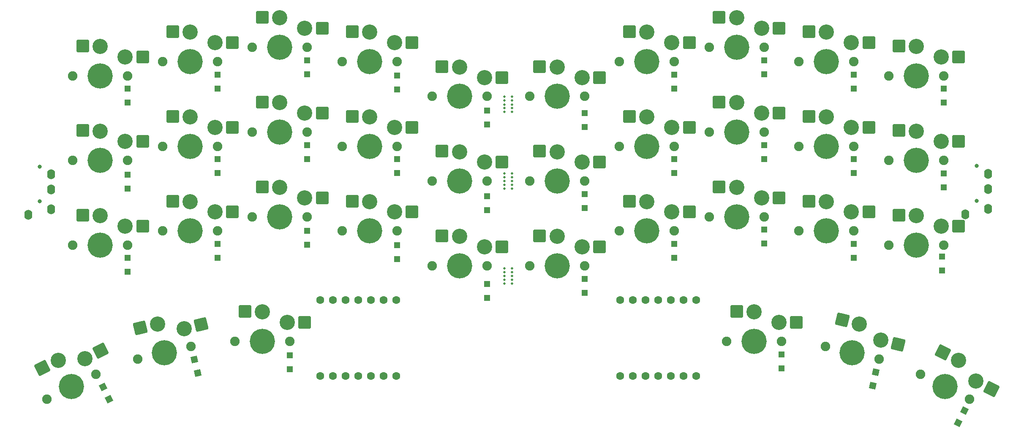
<source format=gbr>
%TF.GenerationSoftware,KiCad,Pcbnew,(6.0.6)*%
%TF.CreationDate,2022-09-11T22:53:33-06:00*%
%TF.ProjectId,miniErgo,6d696e69-4572-4676-9f2e-6b696361645f,rev?*%
%TF.SameCoordinates,Original*%
%TF.FileFunction,Soldermask,Bot*%
%TF.FilePolarity,Negative*%
%FSLAX46Y46*%
G04 Gerber Fmt 4.6, Leading zero omitted, Abs format (unit mm)*
G04 Created by KiCad (PCBNEW (6.0.6)) date 2022-09-11 22:53:33*
%MOMM*%
%LPD*%
G01*
G04 APERTURE LIST*
G04 Aperture macros list*
%AMRoundRect*
0 Rectangle with rounded corners*
0 $1 Rounding radius*
0 $2 $3 $4 $5 $6 $7 $8 $9 X,Y pos of 4 corners*
0 Add a 4 corners polygon primitive as box body*
4,1,4,$2,$3,$4,$5,$6,$7,$8,$9,$2,$3,0*
0 Add four circle primitives for the rounded corners*
1,1,$1+$1,$2,$3*
1,1,$1+$1,$4,$5*
1,1,$1+$1,$6,$7*
1,1,$1+$1,$8,$9*
0 Add four rect primitives between the rounded corners*
20,1,$1+$1,$2,$3,$4,$5,0*
20,1,$1+$1,$4,$5,$6,$7,0*
20,1,$1+$1,$6,$7,$8,$9,0*
20,1,$1+$1,$8,$9,$2,$3,0*%
%AMRotRect*
0 Rectangle, with rotation*
0 The origin of the aperture is its center*
0 $1 length*
0 $2 width*
0 $3 Rotation angle, in degrees counterclockwise*
0 Add horizontal line*
21,1,$1,$2,0,0,$3*%
G04 Aperture macros list end*
%ADD10C,3.050000*%
%ADD11C,1.900000*%
%ADD12C,5.050000*%
%ADD13RoundRect,0.250000X-1.025000X-1.000000X1.025000X-1.000000X1.025000X1.000000X-1.025000X1.000000X0*%
%ADD14C,1.600000*%
%ADD15C,0.800000*%
%ADD16O,1.600000X2.000000*%
%ADD17C,0.500000*%
%ADD18RoundRect,0.250000X-0.765347X-1.210317X1.228843X-0.735234X0.765347X1.210317X-1.228843X0.735234X0*%
%ADD19RoundRect,0.250000X-0.464023X-1.354735X1.365778X-0.430436X0.464023X1.354735X-1.365778X0.430436X0*%
%ADD20RoundRect,0.250000X-1.365778X-0.430436X0.464023X-1.354735X1.365778X0.430436X-0.464023X1.354735X0*%
%ADD21RoundRect,0.250000X-1.228843X-0.735234X0.765347X-1.210317X1.228843X0.735234X-0.765347X1.210317X0*%
%ADD22R,1.300000X1.300000*%
%ADD23RotRect,1.300000X1.300000X76.600000*%
%ADD24RotRect,1.300000X1.300000X103.400000*%
%ADD25RotRect,1.300000X1.300000X116.800000*%
%ADD26RotRect,1.300000X1.300000X63.200000*%
G04 APERTURE END LIST*
D10*
%TO.C,SWB4*%
X94589912Y-44686200D03*
D11*
X95089912Y-48486200D03*
X84089912Y-48486200D03*
D12*
X89589912Y-48486200D03*
D10*
X89589912Y-42586200D03*
D13*
X86089912Y-42486200D03*
X98089912Y-44686200D03*
%TD*%
D14*
%TO.C,M2*%
X130928825Y-96372500D03*
X128388825Y-96372500D03*
X125848825Y-96372500D03*
X123308825Y-96372500D03*
X120768825Y-96372500D03*
X118228825Y-96372500D03*
X115688825Y-96372500D03*
X115688825Y-111607500D03*
X118228825Y-111607500D03*
X120768825Y-111607500D03*
X123308825Y-111607500D03*
X125848825Y-111607500D03*
X128388825Y-111607500D03*
X130928825Y-111607500D03*
%TD*%
D11*
%TO.C,SW10*%
X222639912Y-48486200D03*
X211639912Y-48486200D03*
D10*
X217139912Y-42586200D03*
X222139912Y-44686200D03*
D12*
X217139912Y-48486200D03*
D13*
X213639912Y-42486200D03*
X225639912Y-44686200D03*
%TD*%
D15*
%TO.C,J2*%
X59489946Y-69548600D03*
X59489946Y-76548600D03*
D16*
X61789946Y-74148600D03*
X61789946Y-71148600D03*
X57189946Y-79248600D03*
X61789946Y-78148600D03*
%TD*%
D10*
%TO.C,SWB8*%
X112589912Y-58830000D03*
D11*
X113089912Y-62630000D03*
D12*
X107589912Y-62630000D03*
D11*
X102089912Y-62630000D03*
D10*
X107589912Y-56730000D03*
D13*
X104089912Y-56630000D03*
X116089912Y-58830000D03*
%TD*%
D17*
%TO.C,mouse-bite-3mm-slot*%
X154089946Y-91497950D03*
X154089946Y-92997950D03*
X154089946Y-89961950D03*
X152589946Y-92247950D03*
X154089946Y-90723950D03*
X152589946Y-89961950D03*
X154089946Y-92247950D03*
X152589946Y-90723950D03*
X152589946Y-92997950D03*
X152589946Y-91497950D03*
%TD*%
D10*
%TO.C,SWB12*%
X130589912Y-78686200D03*
X125589912Y-76586200D03*
D11*
X120089912Y-82486200D03*
X131089912Y-82486200D03*
D12*
X125589912Y-82486200D03*
D13*
X122089912Y-76486200D03*
X134089912Y-78686200D03*
%TD*%
D10*
%TO.C,SW16*%
X207640087Y-100830000D03*
D12*
X202640087Y-104630000D03*
D11*
X197140087Y-104630000D03*
X208140087Y-104630000D03*
D10*
X202640087Y-98730000D03*
D13*
X199140087Y-98630000D03*
X211140087Y-100830000D03*
%TD*%
D11*
%TO.C,SW11*%
X222639912Y-65486200D03*
D10*
X217139912Y-59586200D03*
D12*
X217139912Y-65486200D03*
D11*
X211639912Y-65486200D03*
D10*
X222139912Y-61686200D03*
D13*
X213639912Y-59486200D03*
X225639912Y-61686200D03*
%TD*%
D11*
%TO.C,SWB13*%
X149089912Y-55485950D03*
X138089912Y-55485950D03*
D12*
X143589912Y-55485950D03*
D10*
X148589912Y-51685950D03*
X143589912Y-49585950D03*
D13*
X140089912Y-49485950D03*
X152089912Y-51685950D03*
%TD*%
D10*
%TO.C,SWB18*%
X104089737Y-98730000D03*
X109089737Y-100830000D03*
D12*
X104089737Y-104630000D03*
D11*
X109589737Y-104630000D03*
X98589737Y-104630000D03*
D13*
X100589737Y-98630000D03*
X112589737Y-100830000D03*
%TD*%
D11*
%TO.C,SWB14*%
X149089912Y-72485950D03*
X138089912Y-72485950D03*
D10*
X148589912Y-68685950D03*
D12*
X143589912Y-72485950D03*
D10*
X143589912Y-66585950D03*
D13*
X140089912Y-66485950D03*
X152089912Y-68685950D03*
%TD*%
D10*
%TO.C,SW15*%
X240139912Y-81542400D03*
X235139912Y-79442400D03*
D11*
X240639912Y-85342400D03*
X229639912Y-85342400D03*
D12*
X235139912Y-85342400D03*
D13*
X231639912Y-79342400D03*
X243639912Y-81542400D03*
%TD*%
D11*
%TO.C,SW2*%
X157639912Y-72485950D03*
D10*
X168139912Y-68685950D03*
D11*
X168639912Y-72485950D03*
D12*
X163139912Y-72485950D03*
D10*
X163139912Y-66585950D03*
D13*
X159639912Y-66485950D03*
X171639912Y-68685950D03*
%TD*%
D11*
%TO.C,SWB10*%
X120089912Y-48486200D03*
D10*
X130589912Y-44686200D03*
X125589912Y-42586200D03*
D12*
X125589912Y-48486200D03*
D11*
X131089912Y-48486200D03*
D13*
X122089912Y-42486200D03*
X134089912Y-44686200D03*
%TD*%
D10*
%TO.C,SW4*%
X181139912Y-42586200D03*
X186139912Y-44686200D03*
D11*
X175639912Y-48486200D03*
X186639912Y-48486200D03*
D12*
X181139912Y-48486200D03*
D13*
X177639912Y-42486200D03*
X189639912Y-44686200D03*
%TD*%
D10*
%TO.C,SW14*%
X235139912Y-62442400D03*
D11*
X240639912Y-68342400D03*
X229639912Y-68342400D03*
D10*
X240139912Y-64542400D03*
D12*
X235139912Y-68342400D03*
D13*
X231639912Y-62342400D03*
X243639912Y-64542400D03*
%TD*%
D17*
%TO.C,mouse-bite-3mm-slot*%
X154089946Y-58597950D03*
X152589946Y-57847950D03*
X154089946Y-57847950D03*
X152589946Y-57097950D03*
X154089946Y-57097950D03*
X152589946Y-56323950D03*
X154089946Y-55561950D03*
X154089946Y-56323950D03*
X152589946Y-58597950D03*
X152589946Y-55561950D03*
%TD*%
D10*
%TO.C,SWB17*%
X83047998Y-101198924D03*
X88398548Y-102083014D03*
D12*
X84415311Y-106938302D03*
D11*
X79065044Y-108212915D03*
X89765578Y-105663689D03*
D18*
X79620108Y-101912764D03*
X91803264Y-101271896D03*
%TD*%
D17*
%TO.C,mouse-bite-3mm-slot*%
X152589946Y-73997950D03*
X152589946Y-71723950D03*
X152589946Y-73247950D03*
X154089946Y-73997950D03*
X154089946Y-73247950D03*
X152589946Y-70961950D03*
X154089946Y-71723950D03*
X152589946Y-72497950D03*
X154089946Y-72497950D03*
X154089946Y-70961950D03*
%TD*%
D10*
%TO.C,SWB1*%
X76589912Y-47542400D03*
D11*
X77089912Y-51342400D03*
X66089912Y-51342400D03*
D12*
X71589912Y-51342400D03*
D10*
X71589912Y-45442400D03*
D13*
X68089912Y-45342400D03*
X80089912Y-47542400D03*
%TD*%
D11*
%TO.C,SW13*%
X240639912Y-51342400D03*
D12*
X235139912Y-51342400D03*
D10*
X240139912Y-47542400D03*
D11*
X229639912Y-51342400D03*
D10*
X235139912Y-45442400D03*
D13*
X231639912Y-45342400D03*
X243639912Y-47542400D03*
%TD*%
D11*
%TO.C,SWB16*%
X60900239Y-116217663D03*
D12*
X65809461Y-113737837D03*
D10*
X68559055Y-108091623D03*
X63149284Y-108471581D03*
D11*
X70718683Y-111258011D03*
D19*
X59980145Y-109960393D03*
X71683106Y-106513552D03*
%TD*%
D12*
%TO.C,SW7*%
X199139912Y-45630000D03*
D11*
X193639912Y-45630000D03*
D10*
X199139912Y-39730000D03*
D11*
X204639912Y-45630000D03*
D10*
X204139912Y-41830000D03*
D13*
X195639912Y-39630000D03*
X207639912Y-41830000D03*
%TD*%
D10*
%TO.C,SWB3*%
X76589912Y-81542400D03*
D12*
X71589912Y-85342400D03*
D11*
X66089912Y-85342400D03*
D10*
X71589912Y-79442400D03*
D11*
X77089912Y-85342400D03*
D13*
X68089912Y-79342400D03*
X80089912Y-81542400D03*
%TD*%
D10*
%TO.C,SW9*%
X204139912Y-75830000D03*
D12*
X199139912Y-79630000D03*
D11*
X204639912Y-79630000D03*
D10*
X199139912Y-73730000D03*
D11*
X193639912Y-79630000D03*
D13*
X195639912Y-73630000D03*
X207639912Y-75830000D03*
%TD*%
D11*
%TO.C,SWB15*%
X138089912Y-89485950D03*
D10*
X148589912Y-85685950D03*
D11*
X149089912Y-89485950D03*
D10*
X143589912Y-83585950D03*
D12*
X143589912Y-89485950D03*
D13*
X140089912Y-83485950D03*
X152089912Y-85685950D03*
%TD*%
D11*
%TO.C,SWB9*%
X102089912Y-79630000D03*
D10*
X112589912Y-75830000D03*
D12*
X107589912Y-79630000D03*
D10*
X107589912Y-73730000D03*
D11*
X113089912Y-79630000D03*
D13*
X104089912Y-73630000D03*
X116089912Y-75830000D03*
%TD*%
D10*
%TO.C,SWB6*%
X89589912Y-76586200D03*
D11*
X95089912Y-82486200D03*
D10*
X94589912Y-78686200D03*
D12*
X89589912Y-82486200D03*
D11*
X84089912Y-82486200D03*
D13*
X86089912Y-76486200D03*
X98089912Y-78686200D03*
%TD*%
D11*
%TO.C,SWB7*%
X113089912Y-45630000D03*
D10*
X112589912Y-41830000D03*
D11*
X102089912Y-45630000D03*
D10*
X107589912Y-39730000D03*
D12*
X107589912Y-45630000D03*
D13*
X104089912Y-39630000D03*
X116089912Y-41830000D03*
%TD*%
D14*
%TO.C,M1*%
X175801000Y-111607500D03*
X178341000Y-111607500D03*
X180881000Y-111607500D03*
X183421000Y-111607500D03*
X185961000Y-111607500D03*
X188501000Y-111607500D03*
X191041000Y-111607500D03*
X191041000Y-96372500D03*
X188501000Y-96372500D03*
X185961000Y-96372500D03*
X183421000Y-96372500D03*
X180881000Y-96372500D03*
X178341000Y-96372500D03*
X175801000Y-96372500D03*
%TD*%
D12*
%TO.C,SW6*%
X181139912Y-82486200D03*
D10*
X181139912Y-76586200D03*
D11*
X175639912Y-82486200D03*
X186639912Y-82486200D03*
D10*
X186139912Y-78686200D03*
D13*
X177639912Y-76486200D03*
X189639912Y-78686200D03*
%TD*%
D11*
%TO.C,SW3*%
X168639912Y-89485950D03*
D12*
X163139912Y-89485950D03*
D10*
X168139912Y-85685950D03*
X163139912Y-83585950D03*
D11*
X157639912Y-89485950D03*
D13*
X159639912Y-83485950D03*
X171639912Y-85685950D03*
%TD*%
D15*
%TO.C,J1*%
X247239946Y-69448600D03*
X247239946Y-76448600D03*
D16*
X249539946Y-74048600D03*
X249539946Y-71048600D03*
X244939946Y-79148600D03*
X249539946Y-78048600D03*
%TD*%
D12*
%TO.C,SW18*%
X240920363Y-113737837D03*
D11*
X245829585Y-116217663D03*
D10*
X247096627Y-112600399D03*
D11*
X236011141Y-111258011D03*
D10*
X243580540Y-108471581D03*
D20*
X240501578Y-106804251D03*
X250220677Y-114178470D03*
%TD*%
D10*
%TO.C,SW1*%
X168139912Y-51685950D03*
X163139912Y-49585950D03*
D12*
X163139912Y-55485950D03*
D11*
X157639912Y-55485950D03*
X168639912Y-55485950D03*
D13*
X159639912Y-49485950D03*
X171639912Y-51685950D03*
%TD*%
D10*
%TO.C,SWB5*%
X89589912Y-59586200D03*
D11*
X95089912Y-65486200D03*
X84089912Y-65486200D03*
D10*
X94589912Y-61686200D03*
D12*
X89589912Y-65486200D03*
D13*
X86089912Y-59486200D03*
X98089912Y-61686200D03*
%TD*%
D11*
%TO.C,SWB2*%
X66089912Y-68342400D03*
X77089912Y-68342400D03*
D10*
X76589912Y-64542400D03*
D12*
X71589912Y-68342400D03*
D10*
X71589912Y-62442400D03*
D13*
X68089912Y-62342400D03*
X80089912Y-64542400D03*
%TD*%
D10*
%TO.C,SW5*%
X181139912Y-59586200D03*
X186139912Y-61686200D03*
D11*
X186639912Y-65486200D03*
D12*
X181139912Y-65486200D03*
D11*
X175639912Y-65486200D03*
D13*
X177639912Y-59486200D03*
X189639912Y-61686200D03*
%TD*%
D11*
%TO.C,SW12*%
X222639912Y-82486200D03*
D10*
X222139912Y-78686200D03*
D12*
X217139912Y-82486200D03*
D10*
X217139912Y-76586200D03*
D11*
X211639912Y-82486200D03*
D13*
X213639912Y-76486200D03*
X225639912Y-78686200D03*
%TD*%
D10*
%TO.C,SW17*%
X223681826Y-101198924D03*
D12*
X222314513Y-106938302D03*
D10*
X228059034Y-104400493D03*
D11*
X227664780Y-108212915D03*
X216964246Y-105663689D03*
D21*
X220300285Y-100290529D03*
X231463750Y-105211611D03*
%TD*%
D12*
%TO.C,SW8*%
X199139912Y-62630000D03*
D11*
X193639912Y-62630000D03*
D10*
X204139912Y-58830000D03*
D11*
X204639912Y-62630000D03*
D10*
X199139912Y-56730000D03*
D13*
X195639912Y-56630000D03*
X207639912Y-58830000D03*
%TD*%
D11*
%TO.C,SWB11*%
X120089912Y-65486200D03*
D10*
X130589912Y-61686200D03*
X125589912Y-59586200D03*
D12*
X125589912Y-65486200D03*
D11*
X131089912Y-65486200D03*
D13*
X122089912Y-59486200D03*
X134089912Y-61686200D03*
%TD*%
D22*
%TO.C,DB7*%
X113089912Y-48230000D03*
X113089912Y-51030000D03*
%TD*%
%TO.C,D4*%
X186639912Y-51086200D03*
X186639912Y-53886200D03*
%TD*%
%TO.C,DB14*%
X149089912Y-75485950D03*
X149089912Y-78285950D03*
%TD*%
%TO.C,DB10*%
X131089912Y-51297553D03*
X131089912Y-54097553D03*
%TD*%
%TO.C,D13*%
X240639912Y-53942400D03*
X240639912Y-56742400D03*
%TD*%
%TO.C,D14*%
X240639912Y-70942400D03*
X240639912Y-73742400D03*
%TD*%
%TO.C,DB2*%
X77089912Y-71153753D03*
X77089912Y-73953753D03*
%TD*%
%TO.C,D9*%
X204639912Y-82230000D03*
X204639912Y-85030000D03*
%TD*%
%TO.C,D2*%
X168639912Y-75085950D03*
X168639912Y-77885950D03*
%TD*%
%TO.C,D8*%
X204639912Y-65230000D03*
X204639912Y-68030000D03*
%TD*%
%TO.C,DB3*%
X77089912Y-87835950D03*
X77089912Y-90635950D03*
%TD*%
%TO.C,D11*%
X222639912Y-68086200D03*
X222639912Y-70886200D03*
%TD*%
%TO.C,D3*%
X168639912Y-92085950D03*
X168639912Y-94885950D03*
%TD*%
%TO.C,DB5*%
X95089912Y-68086200D03*
X95089912Y-70886200D03*
%TD*%
%TO.C,DB12*%
X131089912Y-85297553D03*
X131089912Y-88097553D03*
%TD*%
%TO.C,DB13*%
X149089912Y-58297303D03*
X149089912Y-61097303D03*
%TD*%
%TO.C,DB1*%
X77089912Y-53942400D03*
X77089912Y-56742400D03*
%TD*%
%TO.C,D16*%
X208140087Y-107230000D03*
X208140087Y-110030000D03*
%TD*%
%TO.C,D6*%
X186639912Y-85086200D03*
X186639912Y-87886200D03*
%TD*%
D23*
%TO.C,D17*%
X227044521Y-110807495D03*
X226395627Y-113531267D03*
%TD*%
D24*
%TO.C,DB17*%
X90441503Y-108303365D03*
X91090397Y-111027137D03*
%TD*%
D25*
%TO.C,DB16*%
X72124898Y-113740144D03*
X73387356Y-116239384D03*
%TD*%
D22*
%TO.C,D1*%
X168639912Y-58814796D03*
X168639912Y-61614796D03*
%TD*%
D26*
%TO.C,D18*%
X244787300Y-118513283D03*
X243524842Y-121012523D03*
%TD*%
D22*
%TO.C,DB8*%
X113089912Y-65230000D03*
X113089912Y-68030000D03*
%TD*%
%TO.C,D5*%
X186639912Y-68086200D03*
X186639912Y-70886200D03*
%TD*%
%TO.C,DB4*%
X95089912Y-51086200D03*
X95089912Y-53886200D03*
%TD*%
%TO.C,DB18*%
X109589737Y-107441353D03*
X109589737Y-110241353D03*
%TD*%
%TO.C,DB11*%
X131089912Y-68086200D03*
X131089912Y-70886200D03*
%TD*%
%TO.C,D10*%
X222639912Y-51086200D03*
X222639912Y-53886200D03*
%TD*%
%TO.C,D15*%
X240339946Y-87585950D03*
X240339946Y-90385950D03*
%TD*%
%TO.C,DB6*%
X95089912Y-85086200D03*
X95089912Y-87886200D03*
%TD*%
%TO.C,D12*%
X222639912Y-85086200D03*
X222639912Y-87886200D03*
%TD*%
%TO.C,DB9*%
X113089912Y-82441353D03*
X113089912Y-85241353D03*
%TD*%
%TO.C,DB15*%
X149089912Y-93085950D03*
X149089912Y-95885950D03*
%TD*%
%TO.C,D7*%
X204639912Y-48230000D03*
X204639912Y-51030000D03*
%TD*%
M02*

</source>
